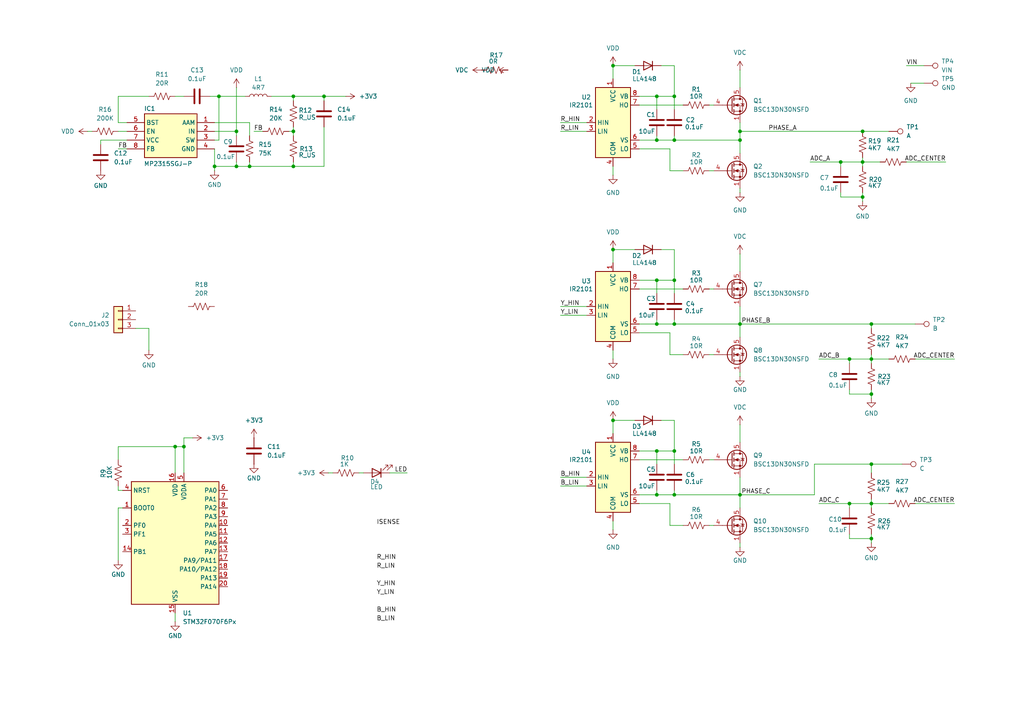
<source format=kicad_sch>
(kicad_sch (version 20231120) (generator "eeschema") (generator_version "8.0")
  (paper "A4")
  (lib_symbols
    (symbol "Amplifier_Current:INA138" (pin_names (offset 0.127))
      (property "Reference" "U" (at 3.81 5.08 0))
      (property "Value" "INA138" (at 3.81 2.54 0))
      (symbol "INA138_0_1"
        (polyline (pts (xy -5.08 5.08) (xy 5.08 0) (xy -5.08 -5.08) (xy -5.08 5.08)) (stroke (width 0.254)) (fill (type background)))
      )
      (symbol "INA138_1_1"
        (pin output line (at 7.62 0 180) (length 2.54) (name "~") (number "1"))
        (pin power_in line (at -2.54 -7.62 90) (length 3.81) (name "GND") (number "2"))
        (pin input line (at -7.62 2.54 0) (length 2.54) (name "+") (number "3"))
        (pin input line (at -7.62 -2.54 0) (length 2.54) (name "-") (number "4"))
        (pin power_in line (at -2.54 7.62 270) (length 3.81) (name "V+") (number "5"))
      )
    )
    (symbol "Connector:TestPoint" (pin_numbers hide) (pin_names (offset 0.762) hide)
      (property "Reference" "TP" (at 0 6.858 0))
      (property "Value" "TestPoint" (at 0 5.08 0))
      (symbol "TestPoint_0_1"
        (circle (center 0 3.302) (radius 0.762))
      )
      (symbol "TestPoint_1_1"
        (pin passive line (at 0 0 90) (length 2.54) (name "1") (number "1"))
      )
    )
    (symbol "Connector_Generic:Conn_01x03" (pin_names (offset 1.016) hide)
      (property "Reference" "J" (at 0 5.08 0))
      (property "Value" "Conn_01x03" (at 0 -5.08 0))
      (symbol "Conn_01x03_1_1"
        (rectangle (start -1.27 -2.413) (end 0 -2.667) (stroke (width 0.1524)))
        (rectangle (start -1.27 0.127) (end 0 -0.127) (stroke (width 0.1524)))
        (rectangle (start -1.27 2.667) (end 0 2.413) (stroke (width 0.1524)))
        (rectangle (start -1.27 3.81) (end 1.27 -3.81) (stroke (width 0.254)) (fill (type background)))
        (pin passive line (at -5.08 2.54 0) (length 3.81) (name "Pin_1") (number "1"))
        (pin passive line (at -5.08 0 0) (length 3.81) (name "Pin_2") (number "2"))
        (pin passive line (at -5.08 -2.54 0) (length 3.81) (name "Pin_3") (number "3"))
      )
    )
    (symbol "Device:C" (pin_numbers hide) (pin_names (offset 0.254))
      (property "Reference" "C" (at 0.635 2.54 0))
      (property "Value" "C" (at 0.635 -2.54 0))
      (symbol "C_0_1"
        (polyline (pts (xy -2.032 -0.762) (xy 2.032 -0.762)) (stroke (width 0.508)))
        (polyline (pts (xy -2.032 0.762) (xy 2.032 0.762)) (stroke (width 0.508)))
      )
      (symbol "C_1_1"
        (pin passive line (at 0 3.81 270) (length 2.794) (name "~") (number "1"))
        (pin passive line (at 0 -3.81 90) (length 2.794) (name "~") (number "2"))
      )
    )
    (symbol "Device:L" (pin_numbers hide) (pin_names (offset 1.016) hide)
      (property "Reference" "L" (at -1.27 0 90))
      (property "Value" "L" (at 1.905 0 90))
      (symbol "L_0_1"
        (arc (start 0 -2.54) (mid 0.6323 -1.905) (end 0 -1.27))
        (arc (start 0 -1.27) (mid 0.6323 -0.635) (end 0 0))
        (arc (start 0 0) (mid 0.6323 0.635) (end 0 1.27))
        (arc (start 0 1.27) (mid 0.6323 1.905) (end 0 2.54))
      )
      (symbol "L_1_1"
        (pin passive line (at 0 3.81 270) (length 1.27) (name "1") (number "1"))
        (pin passive line (at 0 -3.81 90) (length 1.27) (name "2") (number "2"))
      )
    )
    (symbol "Device:LED" (pin_numbers hide) (pin_names (offset 1.016) hide)
      (property "Reference" "D" (at 0 2.54 0))
      (property "Value" "LED" (at 0 -2.54 0))
      (symbol "LED_0_1"
        (polyline (pts (xy -1.27 -1.27) (xy -1.27 1.27)) (stroke (width 0.254)))
        (polyline (pts (xy -1.27 0) (xy 1.27 0)))
        (polyline (pts (xy 1.27 -1.27) (xy 1.27 1.27) (xy -1.27 0) (xy 1.27 -1.27)) (stroke (width 0.254)))
        (polyline (pts (xy -3.048 -0.762) (xy -4.572 -2.286) (xy -3.81 -2.286) (xy -4.572 -2.286) (xy -4.572 -1.524)))
        (polyline (pts (xy -1.778 -0.762) (xy -3.302 -2.286) (xy -2.54 -2.286) (xy -3.302 -2.286) (xy -3.302 -1.524)))
      )
      (symbol "LED_1_1"
        (pin passive line (at -3.81 0 0) (length 2.54) (name "K") (number "1"))
        (pin passive line (at 3.81 0 180) (length 2.54) (name "A") (number "2"))
      )
    )
    (symbol "Device:R_US" (pin_numbers hide) (pin_names (offset 0))
      (property "Reference" "R" (at 2.54 0 90))
      (property "Value" "R_US" (at -2.54 0 90))
      (symbol "R_US_0_1"
        (polyline (pts (xy 0 -2.286) (xy 0 -2.54)))
        (polyline (pts (xy 0 2.286) (xy 0 2.54)))
        (polyline (pts (xy 0 -0.762) (xy 1.016 -1.143) (xy 0 -1.524) (xy -1.016 -1.905) (xy 0 -2.286)))
        (polyline (pts (xy 0 0.762) (xy 1.016 0.381) (xy 0 0) (xy -1.016 -0.381) (xy 0 -0.762)))
        (polyline (pts (xy 0 2.286) (xy 1.016 1.905) (xy 0 1.524) (xy -1.016 1.143) (xy 0 0.762)))
      )
      (symbol "R_US_1_1"
        (pin passive line (at 0 3.81 270) (length 1.27) (name "~") (number "1"))
        (pin passive line (at 0 -3.81 90) (length 1.27) (name "~") (number "2"))
      )
    )
    (symbol "Diode:LL4148" (pin_numbers hide) (pin_names hide)
      (property "Reference" "D" (at 0 2.54 0))
      (property "Value" "LL4148" (at 0 -2.54 0))
      (symbol "LL4148_0_1"
        (polyline (pts (xy -1.27 1.27) (xy -1.27 -1.27)) (stroke (width 0.254)))
        (polyline (pts (xy 1.27 0) (xy -1.27 0)))
        (polyline (pts (xy 1.27 1.27) (xy 1.27 -1.27) (xy -1.27 0) (xy 1.27 1.27)) (stroke (width 0.254)))
      )
      (symbol "LL4148_1_1"
        (pin passive line (at -3.81 0 0) (length 2.54) (name "K") (number "1"))
        (pin passive line (at 3.81 0 180) (length 2.54) (name "A") (number "2"))
      )
    )
    (symbol "Driver_FET:IR2101"
      (property "Reference" "U" (at 1.27 13.335 0))
      (property "Value" "IR2101" (at 1.27 11.43 0))
      (symbol "IR2101_0_1"
        (rectangle (start -5.08 -10.16) (end 5.08 10.16) (stroke (width 0.254)) (fill (type background)))
      )
      (symbol "IR2101_1_1"
        (pin power_in line (at 0 12.7 270) (length 2.54) (name "VCC") (number "1"))
        (pin input line (at -7.62 0 0) (length 2.54) (name "HIN") (number "2"))
        (pin input line (at -7.62 -2.54 0) (length 2.54) (name "LIN") (number "3"))
        (pin power_in line (at 0 -12.7 90) (length 2.54) (name "COM") (number "4"))
        (pin output line (at 7.62 -7.62 180) (length 2.54) (name "LO") (number "5"))
        (pin passive line (at 7.62 -5.08 180) (length 2.54) (name "VS") (number "6"))
        (pin output line (at 7.62 5.08 180) (length 2.54) (name "HO") (number "7"))
        (pin passive line (at 7.62 7.62 180) (length 2.54) (name "VB") (number "8"))
      )
    )
    (symbol "MCU_ST_STM32F0:STM32F070F6Px"
      (property "Reference" "U" (at -12.7 19.05 0))
      (property "Value" "STM32F070F6Px" (at 5.08 19.05 0))
      (symbol "STM32F070F6Px_0_1"
        (rectangle (start -12.7 -17.78) (end 12.7 17.78) (stroke (width 0.254)) (fill (type background)))
      )
      (symbol "STM32F070F6Px_1_1"
        (pin input line (at -15.24 10.16 0) (length 2.54) (name "BOOT0") (number "1"))
        (pin bidirectional line (at 15.24 5.08 180) (length 2.54) (name "PA4") (number "10"))
        (pin bidirectional line (at 15.24 2.54 180) (length 2.54) (name "PA5") (number "11"))
        (pin bidirectional line (at 15.24 0 180) (length 2.54) (name "PA6") (number "12"))
        (pin bidirectional line (at 15.24 -2.54 180) (length 2.54) (name "PA7") (number "13"))
        (pin bidirectional line (at -15.24 -2.54 0) (length 2.54) (name "PB1") (number "14"))
        (pin power_in line (at 0 -20.32 90) (length 2.54) (name "VSS") (number "15"))
        (pin power_in line (at 0 20.32 270) (length 2.54) (name "VDD") (number "16"))
        (pin bidirectional line (at 15.24 -5.08 180) (length 2.54) (name "PA9/PA11") (number "17"))
        (pin bidirectional line (at 15.24 -7.62 180) (length 2.54) (name "PA10/PA12") (number "18"))
        (pin bidirectional line (at 15.24 -10.16 180) (length 2.54) (name "PA13") (number "19"))
        (pin bidirectional line (at -15.24 5.08 0) (length 2.54) (name "PF0") (number "2"))
        (pin bidirectional line (at 15.24 -12.7 180) (length 2.54) (name "PA14") (number "20"))
        (pin bidirectional line (at -15.24 2.54 0) (length 2.54) (name "PF1") (number "3"))
        (pin input line (at -15.24 15.24 0) (length 2.54) (name "NRST") (number "4"))
        (pin power_in line (at 2.54 20.32 270) (length 2.54) (name "VDDA") (number "5"))
        (pin bidirectional line (at 15.24 15.24 180) (length 2.54) (name "PA0") (number "6"))
        (pin bidirectional line (at 15.24 12.7 180) (length 2.54) (name "PA1") (number "7"))
        (pin bidirectional line (at 15.24 10.16 180) (length 2.54) (name "PA2") (number "8"))
        (pin bidirectional line (at 15.24 7.62 180) (length 2.54) (name "PA3") (number "9"))
      )
    )
    (symbol "MP2315SGJ-P:MP2315SGJ-P"
      (property "Reference" "IC" (at 21.59 7.62 0))
      (property "Value" "MP2315SGJ-P" (at 21.59 5.08 0))
      (symbol "MP2315SGJ-P_1_1"
        (rectangle (start 5.08 2.54) (end 20.32 -10.16) (stroke (width 0.254)) (fill (type background)))
        (pin passive line (at 0 0 0) (length 5.08) (name "AAM") (number "1"))
        (pin passive line (at 0 -2.54 0) (length 5.08) (name "IN") (number "2"))
        (pin passive line (at 0 -5.08 0) (length 5.08) (name "SW") (number "3"))
        (pin passive line (at 0 -7.62 0) (length 5.08) (name "GND") (number "4"))
        (pin passive line (at 25.4 0 180) (length 5.08) (name "BST") (number "5"))
        (pin passive line (at 25.4 -2.54 180) (length 5.08) (name "EN") (number "6"))
        (pin passive line (at 25.4 -5.08 180) (length 5.08) (name "VCC") (number "7"))
        (pin passive line (at 25.4 -7.62 180) (length 5.08) (name "FB") (number "8"))
      )
    )
    (symbol "Transistor_FET:BSC13DN30NSFD" (pin_names hide)
      (property "Reference" "Q" (at 5.08 1.905 0))
      (property "Value" "BSC13DN30NSFD" (at 5.08 0 0))
      (symbol "BSC13DN30NSFD_0_1"
        (polyline (pts (xy 0.254 0) (xy -2.54 0)))
        (polyline (pts (xy 0.254 1.905) (xy 0.254 -1.905)) (stroke (width 0.254)))
        (polyline (pts (xy 0.762 -1.27) (xy 0.762 -2.286)) (stroke (width 0.254)))
        (polyline (pts (xy 0.762 0.508) (xy 0.762 -0.508)) (stroke (width 0.254)))
        (polyline (pts (xy 0.762 2.286) (xy 0.762 1.27)) (stroke (width 0.254)))
        (polyline (pts (xy 2.54 2.54) (xy 2.54 1.778)))
        (polyline (pts (xy 2.54 -2.54) (xy 2.54 0) (xy 0.762 0)))
        (polyline (pts (xy 0.762 -1.778) (xy 3.302 -1.778) (xy 3.302 1.778) (xy 0.762 1.778)))
        (polyline (pts (xy 1.016 0) (xy 2.032 0.381) (xy 2.032 -0.381) (xy 1.016 0)) (fill (type outline)))
        (polyline (pts (xy 2.794 0.508) (xy 2.921 0.381) (xy 3.683 0.381) (xy 3.81 0.254)))
        (polyline (pts (xy 3.302 0.381) (xy 2.921 -0.254) (xy 3.683 -0.254) (xy 3.302 0.381)))
        (circle (center 1.651 0) (radius 2.794) (stroke (width 0.254)))
        (circle (center 2.54 -1.778) (radius 0.254) (fill (type outline)))
        (circle (center 2.54 1.778) (radius 0.254) (fill (type outline)))
      )
      (symbol "BSC13DN30NSFD_1_1"
        (pin passive line (at 2.54 -5.08 90) (length 2.54) (name "S") (number "1"))
        (pin passive line (at 2.54 -5.08 90) (length 2.54) hide (name "S") (number "2"))
        (pin passive line (at 2.54 -5.08 90) (length 2.54) hide (name "S") (number "3"))
        (pin passive line (at -5.08 0 0) (length 2.54) (name "G") (number "4"))
        (pin passive line (at 2.54 5.08 270) (length 2.54) (name "D") (number "5"))
      )
    )
    (symbol "power:+3V3" (power) (pin_numbers hide) (pin_names (offset 0) hide)
      (property "Value" "+3V3" (at 0 3.556 0))
      (symbol "+3V3_0_1"
        (polyline (pts (xy -0.762 1.27) (xy 0 2.54)))
        (polyline (pts (xy 0 0) (xy 0 2.54)))
        (polyline (pts (xy 0 2.54) (xy 0.762 1.27)))
      )
      (symbol "+3V3_1_1"
        (pin power_in line (at 0 0 90) (length 0) (name "~") (number "1"))
      )
    )
    (symbol "power:GND" (power) (pin_numbers hide) (pin_names (offset 0) hide)
      (property "Value" "GND" (at 0 -3.81 0))
      (symbol "GND_0_1"
        (polyline (pts (xy 0 0) (xy 0 -1.27) (xy 1.27 -1.27) (xy 0 -2.54) (xy -1.27 -1.27) (xy 0 -1.27)))
      )
      (symbol "GND_1_1"
        (pin power_in line (at 0 0 270) (length 0) (name "~") (number "1"))
      )
    )
    (symbol "power:VDC" (power) (pin_numbers hide) (pin_names (offset 0) hide)
      (property "Value" "VDC" (at 0 3.556 0))
      (symbol "VDC_0_1"
        (polyline (pts (xy -0.762 1.27) (xy 0 2.54)))
        (polyline (pts (xy 0 0) (xy 0 2.54)))
        (polyline (pts (xy 0 2.54) (xy 0.762 1.27)))
      )
      (symbol "VDC_1_1"
        (pin power_in line (at 0 0 90) (length 0) (name "~") (number "1"))
      )
    )
    (symbol "power:VDD" (power) (pin_numbers hide) (pin_names (offset 0) hide)
      (property "Value" "VDD" (at 0 3.556 0))
      (symbol "VDD_0_1"
        (polyline (pts (xy -0.762 1.27) (xy 0 2.54)))
        (polyline (pts (xy 0 0) (xy 0 2.54)))
        (polyline (pts (xy 0 2.54) (xy 0.762 1.27)))
      )
      (symbol "VDD_1_1"
        (pin power_in line (at 0 0 90) (length 0) (name "~") (number "1"))
      )
    )
  )
  (junction (at 250.19 46.99))
  (junction (at 190.5 93.98))
  (junction (at 214.63 38.1))
  (junction (at 177.8 72.39))
  (junction (at 195.58 40.64))
  (junction (at 50.8 129.54))
  (junction (at 190.5 40.64))
  (junction (at 68.58 38.1))
  (junction (at 252.73 93.98))
  (junction (at 195.58 27.94))
  (junction (at 190.5 130.81))
  (junction (at 195.58 143.51))
  (junction (at 195.58 130.81))
  (junction (at 190.5 27.94))
  (junction (at 326.39 139.7))
  (junction (at 252.73 134.62))
  (junction (at 252.73 114.3))
  (junction (at 85.09 48.26))
  (junction (at 177.8 121.92))
  (junction (at 252.73 146.05))
  (junction (at 177.8 19.05))
  (junction (at 250.19 38.1))
  (junction (at 195.58 93.98))
  (junction (at 320.04 161.29))
  (junction (at 250.19 57.15))
  (junction (at 313.69 139.7))
  (junction (at 214.63 143.51))
  (junction (at 190.5 81.28))
  (junction (at 214.63 40.64))
  (junction (at 68.58 48.26))
  (junction (at 72.39 48.26))
  (junction (at 214.63 93.98))
  (junction (at 85.09 27.94))
  (junction (at 252.73 156.21))
  (junction (at 62.23 48.26))
  (junction (at 85.09 38.1))
  (junction (at 243.84 46.99))
  (junction (at 53.34 129.54))
  (junction (at 63.5 27.94))
  (junction (at 246.38 146.05))
  (junction (at 190.5 143.51))
  (junction (at 195.58 81.28))
  (junction (at 252.73 104.14))
  (junction (at 93.98 27.94))
  (junction (at 246.38 104.14))
  (wire (pts (xy 246.38 154.94) (xy 246.38 156.21)))
  (wire (pts (xy 177.8 151.13) (xy 177.8 153.67)))
  (wire (pts (xy 195.58 40.64) (xy 214.63 40.64)))
  (wire (pts (xy 195.58 31.75) (xy 195.58 27.94)))
  (wire (pts (xy 246.38 104.14) (xy 246.38 105.41)))
  (wire (pts (xy 252.73 104.14) (xy 252.73 105.41)))
  (wire (pts (xy 195.58 92.71) (xy 195.58 93.98)))
  (wire (pts (xy 243.84 46.99) (xy 243.84 48.26)))
  (wire (pts (xy 250.19 58.42) (xy 250.19 57.15)))
  (wire (pts (xy 85.09 36.83) (xy 85.09 38.1)))
  (wire (pts (xy 185.42 146.05) (xy 194.31 146.05)))
  (wire (pts (xy 246.38 146.05) (xy 252.73 146.05)))
  (wire (pts (xy 194.31 96.52) (xy 194.31 102.87)))
  (wire (pts (xy 262.89 46.99) (xy 274.32 46.99)))
  (wire (pts (xy 214.63 54.61) (xy 214.63 55.88)))
  (wire (pts (xy 246.38 104.14) (xy 252.73 104.14)))
  (wire (pts (xy 85.09 27.94) (xy 85.09 29.21)))
  (wire (pts (xy 246.38 146.05) (xy 246.38 147.32)))
  (wire (pts (xy 246.38 113.03) (xy 246.38 114.3)))
  (wire (pts (xy 68.58 48.26) (xy 68.58 46.99)))
  (wire (pts (xy 214.63 143.51) (xy 214.63 138.43)))
  (wire (pts (xy 190.5 39.37) (xy 190.5 40.64)))
  (wire (pts (xy 162.56 140.97) (xy 170.18 140.97)))
  (wire (pts (xy 177.8 48.26) (xy 177.8 50.8)))
  (wire (pts (xy 195.58 85.09) (xy 195.58 81.28)))
  (wire (pts (xy 323.85 139.7) (xy 326.39 139.7)))
  (wire (pts (xy 62.23 35.56) (xy 72.39 35.56)))
  (wire (pts (xy 214.63 93.98) (xy 214.63 97.79)))
  (wire (pts (xy 252.73 93.98) (xy 265.43 93.98)))
  (wire (pts (xy 214.63 123.19) (xy 214.63 128.27)))
  (wire (pts (xy 162.56 35.56) (xy 170.18 35.56)))
  (wire (pts (xy 184.15 19.05) (xy 177.8 19.05)))
  (wire (pts (xy 53.34 129.54) (xy 53.34 137.16)))
  (wire (pts (xy 184.15 72.39) (xy 177.8 72.39)))
  (wire (pts (xy 262.89 19.05) (xy 267.97 19.05)))
  (wire (pts (xy 194.31 152.4) (xy 198.12 152.4)))
  (wire (pts (xy 195.58 142.24) (xy 195.58 143.51)))
  (wire (pts (xy 214.63 157.48) (xy 214.63 158.75)))
  (wire (pts (xy 252.73 115.57) (xy 252.73 114.3)))
  (wire (pts (xy 252.73 134.62) (xy 236.22 134.62)))
  (wire (pts (xy 308.61 139.7) (xy 313.69 139.7)))
  (wire (pts (xy 93.98 27.94) (xy 100.33 27.94)))
  (wire (pts (xy 252.73 104.14) (xy 257.81 104.14)))
  (wire (pts (xy 104.14 137.16) (xy 105.41 137.16)))
  (wire (pts (xy 236.22 134.62) (xy 236.22 143.51)))
  (wire (pts (xy 317.5 144.78) (xy 317.5 143.51)))
  (wire (pts (xy 246.38 114.3) (xy 252.73 114.3)))
  (wire (pts (xy 195.58 130.81) (xy 190.5 130.81)))
  (wire (pts (xy 29.21 40.64) (xy 29.21 41.91)))
  (wire (pts (xy 250.19 57.15) (xy 250.19 55.88)))
  (wire (pts (xy 252.73 156.21) (xy 252.73 154.94)))
  (wire (pts (xy 63.5 27.94) (xy 71.12 27.94)))
  (wire (pts (xy 214.63 143.51) (xy 236.22 143.51)))
  (wire (pts (xy 252.73 146.05) (xy 257.81 146.05)))
  (wire (pts (xy 162.56 38.1) (xy 170.18 38.1)))
  (wire (pts (xy 34.29 142.24) (xy 34.29 140.97)))
  (wire (pts (xy 261.62 134.62) (xy 252.73 134.62)))
  (wire (pts (xy 113.03 137.16) (xy 118.11 137.16)))
  (wire (pts (xy 185.42 133.35) (xy 198.12 133.35)))
  (wire (pts (xy 34.29 147.32) (xy 35.56 147.32)))
  (wire (pts (xy 214.63 93.98) (xy 214.63 88.9)))
  (wire (pts (xy 72.39 48.26) (xy 68.58 48.26)))
  (wire (pts (xy 214.63 20.32) (xy 214.63 25.4)))
  (wire (pts (xy 322.58 144.78) (xy 322.58 143.51)))
  (wire (pts (xy 243.84 46.99) (xy 250.19 46.99)))
  (wire (pts (xy 62.23 40.64) (xy 63.5 40.64)))
  (wire (pts (xy 34.29 27.94) (xy 34.29 35.56)))
  (wire (pts (xy 190.5 40.64) (xy 195.58 40.64)))
  (wire (pts (xy 68.58 25.4) (xy 68.58 38.1)))
  (wire (pts (xy 50.8 180.34) (xy 50.8 177.8)))
  (wire (pts (xy 195.58 39.37) (xy 195.58 40.64)))
  (wire (pts (xy 53.34 127) (xy 55.88 127)))
  (wire (pts (xy 53.34 127) (xy 53.34 129.54)))
  (wire (pts (xy 190.5 134.62) (xy 190.5 130.81)))
  (wire (pts (xy 177.8 121.92) (xy 177.8 125.73)))
  (wire (pts (xy 85.09 48.26) (xy 85.09 46.99)))
  (wire (pts (xy 35.56 142.24) (xy 34.29 142.24)))
  (wire (pts (xy 195.58 19.05) (xy 195.58 27.94)))
  (wire (pts (xy 190.5 31.75) (xy 190.5 27.94)))
  (wire (pts (xy 185.42 40.64) (xy 190.5 40.64)))
  (wire (pts (xy 252.73 114.3) (xy 252.73 113.03)))
  (wire (pts (xy 73.66 38.1) (xy 76.2 38.1)))
  (wire (pts (xy 93.98 27.94) (xy 93.98 29.21)))
  (wire (pts (xy 252.73 146.05) (xy 252.73 147.32)))
  (wire (pts (xy 190.5 130.81) (xy 185.42 130.81)))
  (wire (pts (xy 185.42 83.82) (xy 198.12 83.82)))
  (wire (pts (xy 195.58 93.98) (xy 214.63 93.98)))
  (wire (pts (xy 191.77 121.92) (xy 195.58 121.92)))
  (wire (pts (xy 205.74 152.4) (xy 207.01 152.4)))
  (wire (pts (xy 185.42 143.51) (xy 190.5 143.51)))
  (wire (pts (xy 265.43 104.14) (xy 276.86 104.14)))
  (wire (pts (xy 34.29 38.1) (xy 36.83 38.1)))
  (wire (pts (xy 85.09 27.94) (xy 93.98 27.94)))
  (wire (pts (xy 93.98 36.83) (xy 93.98 48.26)))
  (wire (pts (xy 72.39 35.56) (xy 72.39 39.37)))
  (wire (pts (xy 34.29 147.32) (xy 34.29 162.56)))
  (wire (pts (xy 190.5 81.28) (xy 185.42 81.28)))
  (wire (pts (xy 162.56 88.9) (xy 170.18 88.9)))
  (wire (pts (xy 177.8 19.05) (xy 177.8 22.86)))
  (wire (pts (xy 250.19 45.72) (xy 250.19 46.99)))
  (wire (pts (xy 50.8 129.54) (xy 53.34 129.54)))
  (wire (pts (xy 50.8 137.16) (xy 50.8 129.54)))
  (wire (pts (xy 214.63 143.51) (xy 214.63 147.32)))
  (wire (pts (xy 194.31 49.53) (xy 198.12 49.53)))
  (wire (pts (xy 195.58 81.28) (xy 190.5 81.28)))
  (wire (pts (xy 191.77 19.05) (xy 195.58 19.05)))
  (wire (pts (xy 62.23 43.18) (xy 62.23 48.26)))
  (wire (pts (xy 177.8 72.39) (xy 177.8 76.2)))
  (wire (pts (xy 313.69 143.51) (xy 313.69 139.7)))
  (wire (pts (xy 95.25 137.16) (xy 96.52 137.16)))
  (wire (pts (xy 326.39 139.7) (xy 330.2 139.7)))
  (wire (pts (xy 205.74 83.82) (xy 207.01 83.82)))
  (wire (pts (xy 250.19 38.1) (xy 257.81 38.1)))
  (wire (pts (xy 250.19 46.99) (xy 255.27 46.99)))
  (wire (pts (xy 246.38 156.21) (xy 252.73 156.21)))
  (wire (pts (xy 190.5 93.98) (xy 195.58 93.98)))
  (wire (pts (xy 72.39 48.26) (xy 85.09 48.26)))
  (wire (pts (xy 317.5 143.51) (xy 313.69 143.51)))
  (wire (pts (xy 195.58 72.39) (xy 195.58 81.28)))
  (wire (pts (xy 78.74 27.94) (xy 85.09 27.94)))
  (wire (pts (xy 265.43 146.05) (xy 276.86 146.05)))
  (wire (pts (xy 195.58 121.92) (xy 195.58 130.81)))
  (wire (pts (xy 62.23 38.1) (xy 68.58 38.1)))
  (wire (pts (xy 162.56 91.44) (xy 170.18 91.44)))
  (wire (pts (xy 68.58 38.1) (xy 68.58 39.37)))
  (wire (pts (xy 93.98 48.26) (xy 85.09 48.26)))
  (wire (pts (xy 50.8 27.94) (xy 53.34 27.94)))
  (wire (pts (xy 190.5 142.24) (xy 190.5 143.51)))
  (wire (pts (xy 194.31 43.18) (xy 194.31 49.53)))
  (wire (pts (xy 34.29 129.54) (xy 34.29 133.35)))
  (wire (pts (xy 320.04 162.56) (xy 320.04 161.29)))
  (wire (pts (xy 63.5 27.94) (xy 63.5 40.64)))
  (wire (pts (xy 322.58 143.51) (xy 326.39 143.51)))
  (wire (pts (xy 60.96 27.94) (xy 63.5 27.94)))
  (wire (pts (xy 243.84 57.15) (xy 250.19 57.15)))
  (wire (pts (xy 34.29 35.56) (xy 36.83 35.56)))
  (wire (pts (xy 29.21 40.64) (xy 36.83 40.64)))
  (wire (pts (xy 308.61 149.86) (xy 312.42 149.86)))
  (wire (pts (xy 237.49 146.05) (xy 246.38 146.05)))
  (wire (pts (xy 34.29 43.18) (xy 36.83 43.18)))
  (wire (pts (xy 194.31 102.87) (xy 198.12 102.87)))
  (wire (pts (xy 185.42 93.98) (xy 190.5 93.98)))
  (wire (pts (xy 331.47 149.86) (xy 331.47 152.4)))
  (wire (pts (xy 252.73 157.48) (xy 252.73 156.21)))
  (wire (pts (xy 214.63 40.64) (xy 214.63 44.45)))
  (wire (pts (xy 264.16 24.13) (xy 267.97 24.13)))
  (wire (pts (xy 177.8 101.6) (xy 177.8 104.14)))
  (wire (pts (xy 252.73 102.87) (xy 252.73 104.14)))
  (wire (pts (xy 214.63 107.95) (xy 214.63 109.22)))
  (wire (pts (xy 191.77 72.39) (xy 195.58 72.39)))
  (wire (pts (xy 250.19 46.99) (xy 250.19 48.26)))
  (wire (pts (xy 237.49 104.14) (xy 246.38 104.14)))
  (wire (pts (xy 25.4 38.1) (xy 26.67 38.1)))
  (wire (pts (xy 39.37 95.25) (xy 43.18 95.25)))
  (wire (pts (xy 62.23 48.26) (xy 62.23 49.53)))
  (wire (pts (xy 205.74 102.87) (xy 207.01 102.87)))
  (wire (pts (xy 194.31 146.05) (xy 194.31 152.4)))
  (wire (pts (xy 190.5 143.51) (xy 195.58 143.51)))
  (wire (pts (xy 326.39 143.51) (xy 326.39 139.7)))
  (wire (pts (xy 214.63 93.98) (xy 252.73 93.98)))
  (wire (pts (xy 205.74 30.48) (xy 207.01 30.48)))
  (wire (pts (xy 320.04 161.29) (xy 331.47 161.29)))
  (wire (pts (xy 185.42 43.18) (xy 194.31 43.18)))
  (wire (pts (xy 43.18 27.94) (xy 34.29 27.94)))
  (wire (pts (xy 185.42 96.52) (xy 194.31 96.52)))
  (wire (pts (xy 190.5 85.09) (xy 190.5 81.28)))
  (wire (pts (xy 327.66 149.86) (xy 331.47 149.86)))
  (wire (pts (xy 83.82 38.1) (xy 85.09 38.1)))
  (wire (pts (xy 185.42 30.48) (xy 198.12 30.48)))
  (wire (pts (xy 205.74 49.53) (xy 207.01 49.53)))
  (wire (pts (xy 214.63 38.1) (xy 250.19 38.1)))
  (wire (pts (xy 313.69 139.7) (xy 316.23 139.7)))
  (wire (pts (xy 184.15 121.92) (xy 177.8 121.92)))
  (wire (pts (xy 162.56 138.43) (xy 170.18 138.43)))
  (wire (pts (xy 43.18 95.25) (xy 43.18 101.6)))
  (wire (pts (xy 190.5 92.71) (xy 190.5 93.98)))
  (wire (pts (xy 50.8 129.54) (xy 34.29 129.54)))
  (wire (pts (xy 234.95 46.99) (xy 243.84 46.99)))
  (wire (pts (xy 320.04 161.29) (xy 320.04 160.02)))
  (wire (pts (xy 85.09 38.1) (xy 85.09 39.37)))
  (wire (pts (xy 252.73 134.62) (xy 252.73 137.16)))
  (wire (pts (xy 214.63 38.1) (xy 214.63 40.64)))
  (wire (pts (xy 190.5 27.94) (xy 185.42 27.94)))
  (wire (pts (xy 252.73 93.98) (xy 252.73 95.25)))
  (wire (pts (xy 195.58 27.94) (xy 190.5 27.94)))
  (wire (pts (xy 195.58 143.51) (xy 214.63 143.51)))
  (wire (pts (xy 214.63 73.66) (xy 214.63 78.74)))
  (wire (pts (xy 72.39 46.99) (xy 72.39 48.26)))
  (wire (pts (xy 243.84 55.88) (xy 243.84 57.15)))
  (wire (pts (xy 214.63 38.1) (xy 214.63 35.56)))
  (wire (pts (xy 205.74 133.35) (xy 207.01 133.35)))
  (wire (pts (xy 62.23 48.26) (xy 68.58 48.26)))
  (wire (pts (xy 195.58 134.62) (xy 195.58 130.81)))
  (wire (pts (xy 252.73 144.78) (xy 252.73 146.05)))
  (label "PHASE_C" (at 223.52 143.51 180))
  (label "FB" (at 73.66 38.1 0))
  (label "Y_LIN" (at 109.22 172.72 0))
  (label "B_HIN" (at 109.22 177.8 0))
  (label "LED" (at 118.11 137.16 180))
  (label "ADC_CENTER" (at 274.32 46.99 180))
  (label "B_LIN" (at 162.56 140.97 0))
  (label "PHASE_A" (at 231.14 38.1 180))
  (label "Y_LIN" (at 162.56 91.44 0))
  (label "R_HIN" (at 162.56 35.56 0))
  (label "Y_HIN" (at 109.22 170.18 0))
  (label "B_HIN" (at 162.56 138.43 0))
  (label "VIN" (at 262.89 19.05 0))
  (label "ADC_B" (at 237.49 104.14 0))
  (label "ADC_C" (at 237.49 146.05 0))
  (label "ADC_CENTER" (at 276.86 146.05 180))
  (label "R_LIN" (at 109.22 165.1 0))
  (label "ADC_A" (at 234.95 46.99 0))
  (label "R_LIN" (at 162.56 38.1 0))
  (label "FB" (at 34.29 43.18 0))
  (label "PHASE_B" (at 223.52 93.98 180))
  (label "R_HIN" (at 109.22 162.56 0))
  (label "ISENSE" (at 109.22 152.4 0))
  (label "VIN" (at 308.61 139.7 0))
  (label "ADC_CENTER" (at 276.86 104.14 180))
  (label "B_LIN" (at 109.22 180.34 0))
  (label "ISENSE" (at 331.47 161.29 180))
  (label "Y_HIN" (at 162.56 88.9 0))
  (symbol (lib_id "Device:R_US") (at 201.93 83.82 90) (unit 1)
    (property "Reference" "R3" (at 201.93 79.248 90))
    (property "Value" "10R" (at 201.93 81.28 90))
    (property "Description" "Resistor, US symbol" (effects (hide yes)))
  )
  (symbol (lib_id "power:GND") (at 177.8 104.14 0) (unit 1)
    (property "Reference" "#PWR05" (effects (hide yes)))
    (property "Value" "GND" (at 177.8 109.22 0))
    (property "Description" "Power symbol creates a global label with name \"GND\" , ground" (effects (hide yes)))
  )
  (symbol (lib_id "Device:C") (at 243.84 52.07 0) (unit 1)
    (property "Reference" "C7" (at 237.744 51.562 0) (effects (justify left)))
    (property "Value" "0.1uF" (at 237.744 54.61 0) (effects (justify left)))
    (property "Description" "Unpolarized capacitor" (effects (hide yes)))
  )
  (symbol (lib_id "Device:R_US") (at 320.04 139.7 90) (unit 1)
    (property "Reference" "R7" (at 320.04 133.35 90))
    (property "Value" "R_US" (at 320.04 135.89 90))
    (property "Description" "Resistor, US symbol" (effects (hide yes)))
  )
  (symbol (lib_id "Device:R_US") (at 320.04 166.37 180) (unit 1)
    (property "Reference" "R8" (at 322.58 165.0999 0) (effects (justify right)))
    (property "Value" "20R" (at 322.58 167.6399 0) (effects (justify right)))
    (property "Description" "Resistor, US symbol" (effects (hide yes)))
  )
  (symbol (lib_id "power:VDC") (at 214.63 123.19 0) (unit 1)
    (property "Reference" "#PWR09" (effects (hide yes)))
    (property "Value" "VDC" (at 214.63 118.11 0))
    (property "Description" "Power symbol creates a global label with name \"VDC\"" (effects (hide yes)))
  )
  (symbol (lib_id "Device:R_US") (at 261.62 146.05 90) (unit 1)
    (property "Reference" "R27" (at 261.62 139.7 90))
    (property "Value" "4K7" (at 261.62 142.24 90))
    (property "Description" "Resistor, US symbol" (effects (hide yes)))
  )
  (symbol (lib_id "Transistor_FET:BSC13DN30NSFD") (at 212.09 49.53 0) (unit 1)
    (property "Reference" "Q2" (at 218.44 48.2599 0) (effects (justify left)))
    (property "Value" "BSC13DN30NSFD" (at 218.44 50.7999 0) (effects (justify left)))
    (property "Footprint" "Package_TO_SOT_SMD:TDSON-8-1" (effects (hide yes)))
    (property "Datasheet" "https://www.infineon.com/dgdl/Infineon-BSC13DN30NSFD-DS-v02_01-EN.pdf?fileId=5546d46259b0420a0159d5c940fc0d9a" (effects (hide yes)))
    (property "Description" "16A Id, 300V Vds, OptiMOS N-Channel Power MOSFET, 130mOhm Ron, Qg (typ) 30.0nC, PG-TDSON-8" (effects (hide yes)))
  )
  (symbol (lib_id "power:GND") (at 331.47 152.4 0) (unit 1)
    (property "Reference" "#PWR016" (effects (hide yes)))
    (property "Value" "GND" (at 331.47 156.464 0))
    (property "Description" "Power symbol creates a global label with name \"GND\" , ground" (effects (hide yes)))
  )
  (symbol (lib_id "Device:R_US") (at 85.09 43.18 0) (unit 1)
    (property "Reference" "R13" (at 86.868 43.18 0) (effects (justify left)))
    (property "Value" "R_US" (at 86.614 44.958 0) (effects (justify left)))
    (property "Description" "Resistor, US symbol" (effects (hide yes)))
  )
  (symbol (lib_id "power:+3V3") (at 100.33 27.94 270) (unit 1)
    (property "Reference" "#PWR025" (effects (hide yes)))
    (property "Value" "+3V3" (at 104.14 27.9399 90) (effects (justify left)))
    (property "Description" "Power symbol creates a global label with name \"+3V3\"" (effects (hide yes)))
  )
  (symbol (lib_id "Device:R_US") (at 252.73 140.97 0) (unit 1)
    (property "Reference" "R25" (at 254.254 139.954 0) (effects (justify left)))
    (property "Value" "4K7" (at 254.254 141.986 0) (effects (justify left)))
    (property "Description" "Resistor, US symbol" (effects (hide yes)))
  )
  (symbol (lib_id "power:GND") (at 214.63 109.22 0) (unit 1)
    (property "Reference" "#PWR010" (effects (hide yes)))
    (property "Value" "GND" (at 214.63 113.03 0))
    (property "Description" "Power symbol creates a global label with name \"GND\" , ground" (effects (hide yes)))
  )
  (symbol (lib_id "power:+3V3") (at 55.88 127 270) (unit 1)
    (property "Reference" "#PWR015" (effects (hide yes)))
    (property "Value" "+3V3" (at 59.69 126.9999 90) (effects (justify left)))
    (property "Description" "Power symbol creates a global label with name \"+3V3\"" (effects (hide yes)))
  )
  (symbol (lib_id "Device:R_US") (at 250.19 41.91 0) (unit 1)
    (property "Reference" "R19" (at 251.714 40.894 0) (effects (justify left)))
    (property "Value" "4K7" (at 251.714 42.926 0) (effects (justify left)))
    (property "Description" "Resistor, US symbol" (effects (hide yes)))
  )
  (symbol (lib_id "Device:R_US") (at 201.93 102.87 90) (unit 1)
    (property "Reference" "R4" (at 201.93 98.298 90))
    (property "Value" "10R" (at 201.93 100.33 90))
    (property "Description" "Resistor, US symbol" (effects (hide yes)))
  )
  (symbol (lib_id "Device:C") (at 246.38 151.13 0) (unit 1)
    (property "Reference" "C10" (at 240.284 150.622 0) (effects (justify left)))
    (property "Value" "0.1uF" (at 240.284 153.67 0) (effects (justify left)))
    (property "Description" "Unpolarized capacitor" (effects (hide yes)))
  )
  (symbol (lib_id "Device:C") (at 195.58 35.56 0) (unit 1)
    (property "Reference" "C2" (at 198.882 34.798 0) (effects (justify left)))
    (property "Value" "0.1uF" (at 198.628 36.83 0) (effects (justify left)))
    (property "Description" "Unpolarized capacitor" (effects (hide yes)))
  )
  (symbol (lib_id "power:VDD") (at 68.58 25.4 0) (unit 1)
    (property "Reference" "#PWR029" (effects (hide yes)))
    (property "Value" "VDD" (at 68.58 20.32 0))
    (property "Description" "Power symbol creates a global label with name \"VDD\"" (effects (hide yes)))
  )
  (symbol (lib_id "Device:R_US") (at 201.93 133.35 90) (unit 1)
    (property "Reference" "R5" (at 201.93 128.778 90))
    (property "Value" "10R" (at 201.93 130.81 90))
    (property "Description" "Resistor, US symbol" (effects (hide yes)))
  )
  (symbol (lib_id "Transistor_FET:BSC13DN30NSFD") (at 212.09 83.82 0) (unit 1)
    (property "Reference" "Q7" (at 218.44 82.5499 0) (effects (justify left)))
    (property "Value" "BSC13DN30NSFD" (at 218.44 85.0899 0) (effects (justify left)))
    (property "Footprint" "Package_TO_SOT_SMD:TDSON-8-1" (effects (hide yes)))
    (property "Datasheet" "https://www.infineon.com/dgdl/Infineon-BSC13DN30NSFD-DS-v02_01-EN.pdf?fileId=5546d46259b0420a0159d5c940fc0d9a" (effects (hide yes)))
    (property "Description" "16A Id, 300V Vds, OptiMOS N-Channel Power MOSFET, 130mOhm Ron, Qg (typ) 30.0nC, PG-TDSON-8" (effects (hide yes)))
  )
  (symbol (lib_id "power:GND") (at 252.73 157.48 0) (unit 1)
    (property "Reference" "#PWR034" (effects (hide yes)))
    (property "Value" "GND" (at 252.73 161.798 0))
    (property "Description" "Power symbol creates a global label with name \"GND\" , ground" (effects (hide yes)))
  )
  (symbol (lib_id "Device:R_US") (at 85.09 33.02 0) (unit 1)
    (property "Reference" "R12" (at 86.614 32.004 0) (effects (justify left)))
    (property "Value" "R_US" (at 86.614 34.036 0) (effects (justify left)))
    (property "Description" "Resistor, US symbol" (effects (hide yes)))
  )
  (symbol (lib_id "power:VDD") (at 147.32 20.32 90) (unit 1)
    (property "Reference" "#PWR026" (effects (hide yes)))
    (property "Value" "VDD" (at 143.51 20.3199 90) (effects (justify left)))
    (property "Description" "Power symbol creates a global label with name \"VDD\"" (effects (hide yes)))
  )
  (symbol (lib_id "Device:R_US") (at 100.33 137.16 90) (unit 1)
    (property "Reference" "R10" (at 98.806 132.842 90) (effects (justify right)))
    (property "Value" "1K" (at 98.552 134.62 90) (effects (justify right)))
    (property "Description" "Resistor, US symbol" (effects (hide yes)))
  )
  (symbol (lib_id "Driver_FET:IR2101") (at 177.8 88.9 0) (unit 1)
    (property "Reference" "U3" (at 168.656 81.534 0) (effects (justify left)))
    (property "Value" "IR2101" (at 165.1 83.82 0) (effects (justify left)))
    (property "Datasheet" "https://www.infineon.com/dgdl/ir2101.pdf?fileId=5546d462533600a4015355c7a755166c" (effects (hide yes)))
    (property "Description" "High and Low Side Driver, 600V, 210/360mA, PDIP-8/SOIC-8" (effects (hide yes)))
  )
  (symbol (lib_id "power:VDD") (at 177.8 121.92 0) (unit 1)
    (property "Reference" "#PWR07" (effects (hide yes)))
    (property "Value" "VDD" (at 177.8 116.84 0))
    (property "Description" "Power symbol creates a global label with name \"VDD\"" (effects (hide yes)))
  )
  (symbol (lib_id "Device:C") (at 190.5 138.43 0) (unit 1)
    (property "Reference" "C5" (at 187.452 136.144 0) (effects (justify left)))
    (property "Value" "10uF" (at 185.166 140.97 0) (effects (justify left)))
    (property "Description" "Unpolarized capacitor" (effects (hide yes)))
  )
  (symbol (lib_id "Device:C") (at 195.58 138.43 0) (unit 1)
    (property "Reference" "C6" (at 198.882 137.668 0) (effects (justify left)))
    (property "Value" "0.1uF" (at 198.628 139.7 0) (effects (justify left)))
    (property "Description" "Unpolarized capacitor" (effects (hide yes)))
  )
  (symbol (lib_id "power:GND") (at 177.8 50.8 0) (unit 1)
    (property "Reference" "#PWR01" (effects (hide yes)))
    (property "Value" "GND" (at 177.8 55.88 0))
    (property "Description" "Power symbol creates a global label with name \"GND\" , ground" (effects (hide yes)))
  )
  (symbol (lib_id "Device:L") (at 74.93 27.94 90) (unit 1)
    (property "Reference" "L1" (at 74.93 22.86 90))
    (property "Value" "4R7" (at 74.93 25.4 90))
    (property "Description" "Inductor" (effects (hide yes)))
  )
  (symbol (lib_id "Transistor_FET:BSC13DN30NSFD") (at 212.09 133.35 0) (unit 1)
    (property "Reference" "Q9" (at 218.44 132.0799 0) (effects (justify left)))
    (property "Value" "BSC13DN30NSFD" (at 218.44 134.6199 0) (effects (justify left)))
    (property "Footprint" "Package_TO_SOT_SMD:TDSON-8-1" (effects (hide yes)))
    (property "Datasheet" "https://www.infineon.com/dgdl/Infineon-BSC13DN30NSFD-DS-v02_01-EN.pdf?fileId=5546d46259b0420a0159d5c940fc0d9a" (effects (hide yes)))
    (property "Description" "16A Id, 300V Vds, OptiMOS N-Channel Power MOSFET, 130mOhm Ron, Qg (typ) 30.0nC, PG-TDSON-8" (effects (hide yes)))
  )
  (symbol (lib_id "power:VDC") (at 139.7 20.32 90) (unit 1)
    (property "Reference" "#PWR027" (effects (hide yes)))
    (property "Value" "VDC" (at 135.89 20.3199 90) (effects (justify left)))
    (property "Description" "Power symbol creates a global label with name \"VDC\"" (effects (hide yes)))
  )
  (symbol (lib_id "power:GND") (at 177.8 153.67 0) (unit 1)
    (property "Reference" "#PWR031" (effects (hide yes)))
    (property "Value" "GND" (at 177.8 158.75 0))
    (property "Description" "Power symbol creates a global label with name \"GND\" , ground" (effects (hide yes)))
  )
  (symbol (lib_id "Device:R_US") (at 201.93 152.4 90) (unit 1)
    (property "Reference" "R6" (at 201.93 147.828 90))
    (property "Value" "10R" (at 201.93 149.86 90))
    (property "Description" "Resistor, US symbol" (effects (hide yes)))
  )
  (symbol (lib_id "Connector:TestPoint") (at 265.43 93.98 270) (unit 1)
    (property "Reference" "TP2" (at 270.51 92.7099 90) (effects (justify left)))
    (property "Value" "B" (at 270.51 95.2499 90) (effects (justify left)))
    (property "Description" "test point" (effects (hide yes)))
  )
  (symbol (lib_id "Device:C") (at 73.66 130.81 0) (unit 1)
    (property "Reference" "C11" (at 77.47 129.5399 0) (effects (justify left)))
    (property "Value" "0.1uF" (at 77.47 132.0799 0) (effects (justify left)))
    (property "Description" "Unpolarized capacitor" (effects (hide yes)))
  )
  (symbol (lib_id "Device:R_US") (at 46.99 27.94 90) (unit 1)
    (property "Reference" "R11" (at 46.99 21.59 90))
    (property "Value" "20R" (at 46.99 24.13 90))
    (property "Description" "Resistor, US symbol" (effects (hide yes)))
  )
  (symbol (lib_id "Device:R_US") (at 250.19 52.07 0) (unit 1)
    (property "Reference" "R20" (at 251.968 52.07 0) (effects (justify left)))
    (property "Value" "4K7" (at 251.714 53.848 0) (effects (justify left)))
    (property "Description" "Resistor, US symbol" (effects (hide yes)))
  )
  (symbol (lib_id "power:GND") (at 29.21 49.53 0) (unit 1)
    (property "Reference" "#PWR023" (effects (hide yes)))
    (property "Value" "GND" (at 29.21 53.848 0))
    (property "Description" "Power symbol creates a global label with name \"GND\" , ground" (effects (hide yes)))
  )
  (symbol (lib_id "MCU_ST_STM32F0:STM32F070F6Px") (at 50.8 157.48 0) (unit 1)
    (property "Reference" "U1" (at 52.9941 177.8 0) (effects (justify left)))
    (property "Value" "STM32F070F6Px" (at 52.9941 180.34 0) (effects (justify left)))
    (property "Footprint" "Package_SO:TSSOP-20_4.4x6.5mm_P0.65mm" (effects (hide yes)))
    (property "Datasheet" "https://www.st.com/resource/en/datasheet/stm32f070f6.pdf" (effects (hide yes)))
    (property "Description" "STMicroelectronics Arm Cortex-M0 MCU, 32KB flash, 6KB RAM, 48 MHz, 2.4-3.6V, 15 GPIO, TSSOP20" (effects (hide yes)))
  )
  (symbol (lib_id "Connector:TestPoint") (at 267.97 24.13 270) (unit 1)
    (property "Reference" "TP5" (at 273.05 22.8599 90) (effects (justify left)))
    (property "Value" "GND" (at 273.05 25.3999 90) (effects (justify left)))
    (property "Description" "test point" (effects (hide yes)))
  )
  (symbol (lib_id "MP2315SGJ-P:MP2315SGJ-P") (at 62.23 35.56 0) (mirror y) (unit 1)
    (property "Reference" "IC1" (at 43.434 31.496 0))
    (property "Value" "MP2315SGJ-P" (at 48.768 47.498 0))
    (property "Footprint" "SOT65P280X100-8N" (effects (hide yes)))
    (property "Datasheet" "https://www.monolithicpower.com/pub/media/document/MP2315S_r1.0.pdf" (effects (hide yes)))
    (property "Description" "Switching Voltage Regulators 3A 24V Hi Effc.Sync Step Down Converter" (effects (hide yes)))
    (property "Height" "1" (effects (hide yes)))
    (property "Manufacturer_Name" "Monolithic Power Systems (MPS)" (effects (hide yes)))
    (property "Manufacturer_Part_Number" "MP2315SGJ-P" (effects (hide yes)))
    (property "Mouser Part Number" "946-MP2315SGJ-P" (effects (hide yes)))
    (property "Mouser Price/Stock" "https://www.mouser.co.uk/ProductDetail/Monolithic-Power-Systems-MPS/MP2315SGJ-P?qs=Zwj7mHVHPHRNCucLjW2rNg%3D%3D" (effects (hide yes)))
  )
  (symbol (lib_id "Transistor_FET:BSC13DN30NSFD") (at 212.09 152.4 0) (unit 1)
    (property "Reference" "Q10" (at 218.44 151.1299 0) (effects (justify left)))
    (property "Value" "BSC13DN30NSFD" (at 218.44 153.6699 0) (effects (justify left)))
    (property "Footprint" "Package_TO_SOT_SMD:TDSON-8-1" (effects (hide yes)))
    (property "Datasheet" "https://www.infineon.com/dgdl/Infineon-BSC13DN30NSFD-DS-v02_01-EN.pdf?fileId=5546d46259b0420a0159d5c940fc0d9a" (effects (hide yes)))
    (property "Description" "16A Id, 300V Vds, OptiMOS N-Channel Power MOSFET, 130mOhm Ron, Qg (typ) 30.0nC, PG-TDSON-8" (effects (hide yes)))
  )
  (symbol (lib_id "Device:R_US") (at 252.73 109.22 0) (unit 1)
    (property "Reference" "R23" (at 254.508 109.22 0) (effects (justify left)))
    (property "Value" "4K7" (at 254.254 110.998 0) (effects (justify left)))
    (property "Description" "Resistor, US symbol" (effects (hide yes)))
  )
  (symbol (lib_id "power:GND") (at 252.73 115.57 0) (unit 1)
    (property "Reference" "#PWR033" (effects (hide yes)))
    (property "Value" "GND" (at 252.73 119.888 0))
    (property "Description" "Power symbol creates a global label with name \"GND\" , ground" (effects (hide yes)))
  )
  (symbol (lib_id "Device:R_US") (at 261.62 104.14 90) (unit 1)
    (property "Reference" "R24" (at 261.62 97.79 90))
    (property "Value" "4K7" (at 261.62 100.33 90))
    (property "Description" "Resistor, US symbol" (effects (hide yes)))
  )
  (symbol (lib_id "power:GND") (at 320.04 170.18 0) (unit 1)
    (property "Reference" "#PWR024" (effects (hide yes)))
    (property "Value" "GND" (at 320.04 174.244 0))
    (property "Description" "Power symbol creates a global label with name \"GND\" , ground" (effects (hide yes)))
  )
  (symbol (lib_id "Device:R_US") (at 34.29 137.16 180) (unit 1)
    (property "Reference" "R9" (at 29.972 138.684 90) (effects (justify right)))
    (property "Value" "10K" (at 31.75 138.938 90) (effects (justify right)))
    (property "Description" "Resistor, US symbol" (effects (hide yes)))
  )
  (symbol (lib_id "Device:C") (at 93.98 33.02 180) (unit 1)
    (property "Reference" "C14" (at 97.79 31.7499 0) (effects (justify right)))
    (property "Value" "0.1uF" (at 97.79 34.2899 0) (effects (justify right)))
    (property "Description" "Unpolarized capacitor" (effects (hide yes)))
  )
  (symbol (lib_id "Connector:TestPoint") (at 267.97 19.05 270) (unit 1)
    (property "Reference" "TP4" (at 273.05 17.7799 90) (effects (justify left)))
    (property "Value" "VIN" (at 273.05 20.3199 90) (effects (justify left)))
    (property "Description" "test point" (effects (hide yes)))
  )
  (symbol (lib_id "Device:C") (at 195.58 88.9 0) (unit 1)
    (property "Reference" "C4" (at 198.882 88.138 0) (effects (justify left)))
    (property "Value" "0.1uF" (at 198.628 90.17 0) (effects (justify left)))
    (property "Description" "Unpolarized capacitor" (effects (hide yes)))
  )
  (symbol (lib_id "power:+3V3") (at 73.66 127 0) (unit 1)
    (property "Reference" "#PWR020" (effects (hide yes)))
    (property "Value" "+3V3" (at 73.66 121.92 0))
    (property "Description" "Power symbol creates a global label with name \"+3V3\"" (effects (hide yes)))
  )
  (symbol (lib_id "power:GND") (at 34.29 162.56 0) (unit 1)
    (property "Reference" "#PWR014" (effects (hide yes)))
    (property "Value" "GND" (at 34.29 166.624 0))
    (property "Description" "Power symbol creates a global label with name \"GND\" , ground" (effects (hide yes)))
  )
  (symbol (lib_id "Device:R_US") (at 143.51 20.32 90) (unit 1)
    (property "Reference" "R17" (at 141.986 16.002 90) (effects (justify right)))
    (property "Value" "0R" (at 141.732 17.78 90) (effects (justify right)))
    (property "Description" "Resistor, US symbol" (effects (hide yes)))
  )
  (symbol (lib_id "Transistor_FET:BSC13DN30NSFD") (at 212.09 30.48 0) (unit 1)
    (property "Reference" "Q1" (at 218.44 29.2099 0) (effects (justify left)))
    (property "Value" "BSC13DN30NSFD" (at 218.44 31.7499 0) (effects (justify left)))
    (property "Footprint" "Package_TO_SOT_SMD:TDSON-8-1" (effects (hide yes)))
    (property "Datasheet" "https://www.infineon.com/dgdl/Infineon-BSC13DN30NSFD-DS-v02_01-EN.pdf?fileId=5546d46259b0420a0159d5c940fc0d9a" (effects (hide yes)))
    (property "Description" "16A Id, 300V Vds, OptiMOS N-Channel Power MOSFET, 130mOhm Ron, Qg (typ) 30.0nC, PG-TDSON-8" (effects (hide yes)))
  )
  (symbol (lib_id "power:GND") (at 62.23 49.53 0) (unit 1)
    (property "Reference" "#PWR022" (effects (hide yes)))
    (property "Value" "GND" (at 62.23 53.594 0))
    (property "Description" "Power symbol creates a global label with name \"GND\" , ground" (effects (hide yes)))
  )
  (symbol (lib_id "power:GND") (at 73.66 134.62 0) (unit 1)
    (property "Reference" "#PWR019" (effects (hide yes)))
    (property "Value" "GND" (at 73.66 138.684 0))
    (property "Description" "Power symbol creates a global label with name \"GND\" , ground" (effects (hide yes)))
  )
  (symbol (lib_id "power:GND") (at 50.8 180.34 0) (unit 1)
    (property "Reference" "#PWR013" (effects (hide yes)))
    (property "Value" "GND" (at 50.8 184.404 0))
    (property "Description" "Power symbol creates a global label with name \"GND\" , ground" (effects (hide yes)))
  )
  (symbol (lib_id "Device:R_US") (at 201.93 49.53 90) (unit 1)
    (property "Reference" "R2" (at 201.93 44.958 90))
    (property "Value" "10R" (at 201.93 46.99 90))
    (property "Description" "Resistor, US symbol" (effects (hide yes)))
  )
  (symbol (lib_id "Device:C") (at 29.21 45.72 0) (unit 1)
    (property "Reference" "C12" (at 33.02 44.4499 0) (effects (justify left)))
    (property "Value" "0.1uF" (at 33.02 46.9899 0) (effects (justify left)))
    (property "Description" "Unpolarized capacitor" (effects (hide yes)))
  )
  (symbol (lib_id "power:VDD") (at 25.4 38.1 90) (unit 1)
    (property "Reference" "#PWR028" (effects (hide yes)))
    (property "Value" "VDD" (at 21.59 38.0999 90) (effects (justify left)))
    (property "Description" "Power symbol creates a global label with name \"VDD\"" (effects (hide yes)))
  )
  (symbol (lib_id "Connector:TestPoint") (at 261.62 134.62 270) (unit 1)
    (property "Reference" "TP3" (at 266.7 133.3499 90) (effects (justify left)))
    (property "Value" "C" (at 266.7 135.8899 90) (effects (justify left)))
    (property "Description" "test point" (effects (hide yes)))
  )
  (symbol (lib_id "power:VDD") (at 177.8 19.05 0) (unit 1)
    (property "Reference" "#PWR02" (effects (hide yes)))
    (property "Value" "VDD" (at 177.8 13.97 0))
    (property "Description" "Power symbol creates a global label with name \"VDD\"" (effects (hide yes)))
  )
  (symbol (lib_id "power:VDC") (at 330.2 139.7 270) (unit 1)
    (property "Reference" "#PWR012" (effects (hide yes)))
    (property "Value" "VDC" (at 334.01 139.6999 90) (effects (justify left)))
    (property "Description" "Power symbol creates a global label with name \"VDC\"" (effects (hide yes)))
  )
  (symbol (lib_id "Diode:LL4148") (at 187.96 72.39 180) (unit 1)
    (property "Reference" "D2" (at 184.658 74.168 0))
    (property "Value" "LL4148" (at 186.944 76.2 0))
    (property "Footprint" "Diode_SMD:D_MiniMELF" (effects (hide yes)))
    (property "Datasheet" "http://www.vishay.com/docs/85557/ll4148.pdf" (effects (hide yes)))
    (property "Description" "100V 0.15A standard switching diode, MiniMELF" (effects (hide yes)))
    (property "Sim.Device" "D" (effects (hide yes)))
    (property "Sim.Pins" "1=K 2=A" (effects (hide yes)))
  )
  (symbol (lib_id "Device:C") (at 190.5 35.56 0) (unit 1)
    (property "Reference" "C1" (at 187.452 33.274 0) (effects (justify left)))
    (property "Value" "10uF" (at 185.166 38.1 0) (effects (justify left)))
    (property "Description" "Unpolarized capacitor" (effects (hide yes)))
  )
  (symbol (lib_id "Device:R_US") (at 201.93 30.48 90) (unit 1)
    (property "Reference" "R1" (at 201.93 25.908 90))
    (property "Value" "10R" (at 201.93 27.94 90))
    (property "Description" "Resistor, US symbol" (effects (hide yes)))
  )
  (symbol (lib_id "Driver_FET:IR2101") (at 177.8 138.43 0) (unit 1)
    (property "Reference" "U4" (at 168.656 131.064 0) (effects (justify left)))
    (property "Value" "IR2101" (at 165.1 133.35 0) (effects (justify left)))
    (property "Datasheet" "https://www.infineon.com/dgdl/ir2101.pdf?fileId=5546d462533600a4015355c7a755166c" (effects (hide yes)))
    (property "Description" "High and Low Side Driver, 600V, 210/360mA, PDIP-8/SOIC-8" (effects (hide yes)))
  )
  (symbol (lib_id "Diode:LL4148") (at 187.96 19.05 180) (unit 1)
    (property "Reference" "D1" (at 184.658 20.828 0))
    (property "Value" "LL4148" (at 186.944 22.86 0))
    (property "Footprint" "Diode_SMD:D_MiniMELF" (effects (hide yes)))
    (property "Datasheet" "http://www.vishay.com/docs/85557/ll4148.pdf" (effects (hide yes)))
    (property "Description" "100V 0.15A standard switching diode, MiniMELF" (effects (hide yes)))
    (property "Sim.Device" "D" (effects (hide yes)))
    (property "Sim.Pins" "1=K 2=A" (effects (hide yes)))
  )
  (symbol (lib_id "power:GND") (at 250.19 58.42 0) (unit 1)
    (property "Reference" "#PWR032" (effects (hide yes)))
    (property "Value" "GND" (at 250.19 62.738 0))
    (property "Description" "Power symbol creates a global label with name \"GND\" , ground" (effects (hide yes)))
  )
  (symbol (lib_id "power:VDD") (at 177.8 72.39 0) (unit 1)
    (property "Reference" "#PWR04" (effects (hide yes)))
    (property "Value" "VDD" (at 177.8 67.31 0))
    (property "Description" "Power symbol creates a global label with name \"VDD\"" (effects (hide yes)))
  )
  (symbol (lib_id "Device:R_US") (at 252.73 151.13 0) (unit 1)
    (property "Reference" "R26" (at 254.508 151.13 0) (effects (justify left)))
    (property "Value" "4K7" (at 254.254 152.908 0) (effects (justify left)))
    (property "Description" "Resistor, US symbol" (effects (hide yes)))
  )
  (symbol (lib_id "power:+3V3") (at 95.25 137.16 90) (unit 1)
    (property "Reference" "#PWR018" (effects (hide yes)))
    (property "Value" "+3V3" (at 91.44 137.1599 90) (effects (justify left)))
    (property "Description" "Power symbol creates a global label with name \"+3V3\"" (effects (hide yes)))
  )
  (symbol (lib_id "Device:C") (at 57.15 27.94 90) (unit 1)
    (property "Reference" "C13" (at 57.15 20.32 90))
    (property "Value" "0.1uF" (at 57.15 22.86 90))
    (property "Description" "Unpolarized capacitor" (effects (hide yes)))
  )
  (symbol (lib_id "Device:R_US") (at 72.39 43.18 0) (unit 1)
    (property "Reference" "R15" (at 74.93 41.9099 0) (effects (justify left)))
    (property "Value" "75K" (at 74.93 44.4499 0) (effects (justify left)))
    (property "Description" "Resistor, US symbol" (effects (hide yes)))
  )
  (symbol (lib_id "power:VDC") (at 214.63 20.32 0) (unit 1)
    (property "Reference" "#PWR03" (effects (hide yes)))
    (property "Value" "VDC" (at 214.63 15.24 0))
    (property "Description" "Power symbol creates a global label with name \"VDC\"" (effects (hide yes)))
  )
  (symbol (lib_id "Device:R_US") (at 58.42 88.9 270) (unit 1)
    (property "Reference" "R18" (at 58.42 82.55 90))
    (property "Value" "20R" (at 58.42 85.09 90))
    (property "Description" "Resistor, US symbol" (effects (hide yes)))
  )
  (symbol (lib_id "Diode:LL4148") (at 187.96 121.92 180) (unit 1)
    (property "Reference" "D3" (at 184.658 123.698 0))
    (property "Value" "LL4148" (at 186.944 125.73 0))
    (property "Footprint" "Diode_SMD:D_MiniMELF" (effects (hide yes)))
    (property "Datasheet" "http://www.vishay.com/docs/85557/ll4148.pdf" (effects (hide yes)))
    (property "Description" "100V 0.15A standard switching diode, MiniMELF" (effects (hide yes)))
    (property "Sim.Device" "D" (effects (hide yes)))
    (property "Sim.Pins" "1=K 2=A" (effects (hide yes)))
  )
  (symbol (lib_id "power:GND") (at 214.63 158.75 0) (unit 1)
    (property "Reference" "#PWR08" (effects (hide yes)))
    (property "Value" "GND" (at 214.63 162.56 0))
    (property "Description" "Power symbol creates a global label with name \"GND\" , ground" (effects (hide yes)))
  )
  (symbol (lib_id "Device:R_US") (at 80.01 38.1 90) (unit 1)
    (property "Reference" "R14" (at 80.01 31.75 90))
    (property "Value" "20K" (at 80.01 34.29 90))
    (property "Description" "Resistor, US symbol" (effects (hide yes)))
  )
  (symbol (lib_id "power:VDC") (at 214.63 73.66 0) (unit 1)
    (property "Reference" "#PWR06" (effects (hide yes)))
    (property "Value" "VDC" (at 214.63 68.58 0))
    (property "Description" "Power symbol creates a global label with name \"VDC\"" (effects (hide yes)))
  )
  (symbol (lib_id "Device:C") (at 190.5 88.9 0) (unit 1)
    (property "Reference" "C3" (at 187.452 86.614 0) (effects (justify left)))
    (property "Value" "10uF" (at 185.166 91.44 0) (effects (justify left)))
    (property "Description" "Unpolarized capacitor" (effects (hide yes)))
  )
  (symbol (lib_id "Transistor_FET:BSC13DN30NSFD") (at 212.09 102.87 0) (unit 1)
    (property "Reference" "Q8" (at 218.44 101.5999 0) (effects (justify left)))
    (property "Value" "BSC13DN30NSFD" (at 218.44 104.1399 0) (effects (justify left)))
    (property "Footprint" "Package_TO_SOT_SMD:TDSON-8-1" (effects (hide yes)))
    (property "Datasheet" "https://www.infineon.com/dgdl/Infineon-BSC13DN30NSFD-DS-v02_01-EN.pdf?fileId=5546d46259b0420a0159d5c940fc0d9a" (effects (hide yes)))
    (property "Description" "16A Id, 300V Vds, OptiMOS N-Channel Power MOSFET, 130mOhm Ron, Qg (typ) 30.0nC, PG-TDSON-8" (effects (hide yes)))
  )
  (symbol (lib_id "Device:R_US") (at 252.73 99.06 0) (unit 1)
    (property "Reference" "R22" (at 254.254 98.044 0) (effects (justify left)))
    (property "Value" "4K7" (at 254.254 100.076 0) (effects (justify left)))
    (property "Description" "Resistor, US symbol" (effects (hide yes)))
  )
  (symbol (lib_id "Connector:TestPoint") (at 257.81 38.1 270) (unit 1)
    (property "Reference" "TP1" (at 262.89 36.8299 90) (effects (justify left)))
    (property "Value" "A" (at 262.89 39.3699 90) (effects (justify left)))
    (property "Description" "test point" (effects (hide yes)))
  )
  (symbol (lib_id "Connector_Generic:Conn_01x03") (at 34.29 92.71 0) (mirror y) (unit 1)
    (property "Reference" "J2" (at 31.75 91.4399 0) (effects (justify left)))
    (property "Value" "Conn_01x03" (at 31.75 93.9799 0) (effects (justify left)))
    (property "Description" "Generic connector, single row, 01x03, script generated (kicad-library-utils/schlib/autogen/connector/)" (effects (hide yes)))
  )
  (symbol (lib_id "Device:R_US") (at 30.48 38.1 90) (unit 1)
    (property "Reference" "R16" (at 30.48 31.75 90))
    (property "Value" "200K" (at 30.48 34.29 90))
    (property "Description" "Resistor, US symbol" (effects (hide yes)))
  )
  (symbol (lib_id "Amplifier_Current:INA138") (at 320.04 152.4 90) (mirror x) (unit 1)
    (property "Reference" "U6" (at 327.152 154.432 90))
    (property "Value" "INA138" (at 325.374 156.464 90))
    (property "Footprint" "Package_TO_SOT_SMD:SOT-23-5" (effects (hide yes)))
    (property "Datasheet" "http://www.ti.com/lit/ds/symlink/ina138.pdf" (effects (hide yes)))
    (property "Description" "High-Side Measurement Current Shunt Monitor, 36V, SOT-23-5" (effects (hide yes)))
  )
  (symbol (lib_id "Device:C") (at 68.58 43.18 0) (unit 1)
    (property "Reference" "C9" (at 64.77 41.148 0) (effects (justify left)))
    (property "Value" "0.1uF" (at 62.738 45.466 0) (effects (justify left)))
    (property "Description" "Unpolarized capacitor" (effects (hide yes)))
  )
  (symbol (lib_id "power:GND") (at 264.16 24.13 0) (unit 1)
    (property "Reference" "#PWR017" (effects (hide yes)))
    (property "Value" "GND" (at 264.16 29.21 0))
    (property "Description" "Power symbol creates a global label with name \"GND\" , ground" (effects (hide yes)))
  )
  (symbol (lib_id "Device:C") (at 246.38 109.22 0) (unit 1)
    (property "Reference" "C8" (at 240.284 108.712 0) (effects (justify left)))
    (property "Value" "0.1uF" (at 240.284 111.76 0) (effects (justify left)))
    (property "Description" "Unpolarized capacitor" (effects (hide yes)))
  )
  (symbol (lib_id "Driver_FET:IR2101") (at 177.8 35.56 0) (unit 1)
    (property "Reference" "U2" (at 168.656 28.194 0) (effects (justify left)))
    (property "Value" "IR2101" (at 165.1 30.48 0) (effects (justify left)))
    (property "Datasheet" "https://www.infineon.com/dgdl/ir2101.pdf?fileId=5546d462533600a4015355c7a755166c" (effects (hide yes)))
    (property "Description" "High and Low Side Driver, 600V, 210/360mA, PDIP-8/SOIC-8" (effects (hide yes)))
  )
  (symbol (lib_id "Device:LED") (at 109.22 137.16 180) (unit 1)
    (property "Reference" "D4" (at 108.712 139.7 0))
    (property "Value" "LED" (at 109.22 141.224 0))
    (property "Description" "Light emitting diode" (effects (hide yes)))
  )
  (symbol (lib_id "Device:R_US") (at 259.08 46.99 90) (unit 1)
    (property "Reference" "R21" (at 259.08 40.64 90))
    (property "Value" "4K7" (at 259.08 43.18 90))
    (property "Description" "Resistor, US symbol" (effects (hide yes)))
  )
  (symbol (lib_id "power:+3V3") (at 308.61 149.86 90) (unit 1)
    (property "Reference" "#PWR021" (effects (hide yes)))
    (property "Value" "+3V3" (at 304.8 149.8599 90) (effects (justify left)))
    (property "Description" "Power symbol creates a global label with name \"+3V3\"" (effects (hide yes)))
  )
  (symbol (lib_id "power:GND") (at 43.18 101.6 0) (unit 1)
    (property "Reference" "#PWR030" (effects (hide yes)))
    (property "Value" "GND" (at 43.18 105.918 0))
    (property "Description" "Power symbol creates a global label with name \"GND\" , ground" (effects (hide yes)))
  )
  (symbol (lib_id "power:GND") (at 214.63 55.88 0) (unit 1)
    (property "Reference" "#PWR011" (effects (hide yes)))
    (property "Value" "GND" (at 214.63 60.96 0))
    (property "Description" "Power symbol creates a global label with name \"GND\" , ground" (effects (hide yes)))
  )
)
</source>
